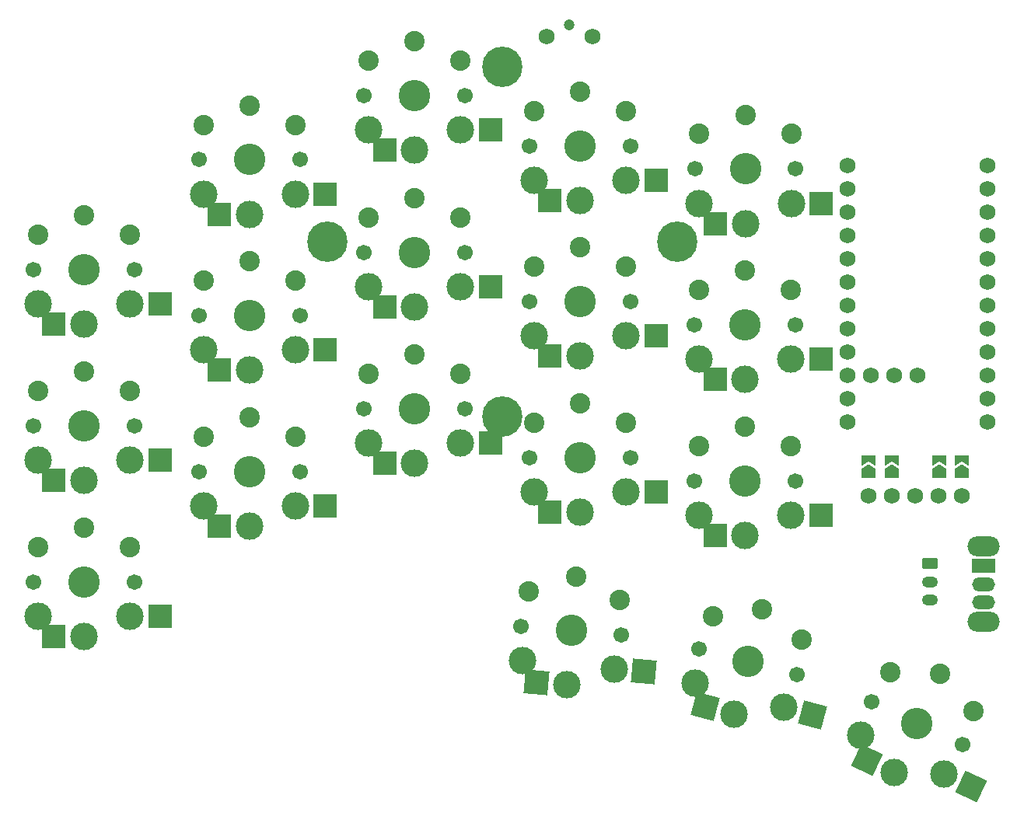
<source format=gbr>
%TF.GenerationSoftware,KiCad,Pcbnew,8.0.5*%
%TF.CreationDate,2024-10-14T13:30:24+02:00*%
%TF.ProjectId,oni-kb,6f6e692d-6b62-42e6-9b69-6361645f7063,rev?*%
%TF.SameCoordinates,Original*%
%TF.FileFunction,Soldermask,Top*%
%TF.FilePolarity,Negative*%
%FSLAX46Y46*%
G04 Gerber Fmt 4.6, Leading zero omitted, Abs format (unit mm)*
G04 Created by KiCad (PCBNEW 8.0.5) date 2024-10-14 13:30:24*
%MOMM*%
%LPD*%
G01*
G04 APERTURE LIST*
G04 Aperture macros list*
%AMRoundRect*
0 Rectangle with rounded corners*
0 $1 Rounding radius*
0 $2 $3 $4 $5 $6 $7 $8 $9 X,Y pos of 4 corners*
0 Add a 4 corners polygon primitive as box body*
4,1,4,$2,$3,$4,$5,$6,$7,$8,$9,$2,$3,0*
0 Add four circle primitives for the rounded corners*
1,1,$1+$1,$2,$3*
1,1,$1+$1,$4,$5*
1,1,$1+$1,$6,$7*
1,1,$1+$1,$8,$9*
0 Add four rect primitives between the rounded corners*
20,1,$1+$1,$2,$3,$4,$5,0*
20,1,$1+$1,$4,$5,$6,$7,0*
20,1,$1+$1,$6,$7,$8,$9,0*
20,1,$1+$1,$8,$9,$2,$3,0*%
%AMRotRect*
0 Rectangle, with rotation*
0 The origin of the aperture is its center*
0 $1 length*
0 $2 width*
0 $3 Rotation angle, in degrees counterclockwise*
0 Add horizontal line*
21,1,$1,$2,0,0,$3*%
%AMFreePoly0*
4,1,6,1.000000,0.000000,0.500000,-0.750000,-0.500000,-0.750000,-0.500000,0.750000,0.500000,0.750000,1.000000,0.000000,1.000000,0.000000,$1*%
%AMFreePoly1*
4,1,6,0.500000,-0.750000,-0.650000,-0.750000,-0.150000,0.000000,-0.650000,0.750000,0.500000,0.750000,0.500000,-0.750000,0.500000,-0.750000,$1*%
G04 Aperture macros list end*
%ADD10C,1.701800*%
%ADD11C,3.000000*%
%ADD12C,3.429000*%
%ADD13C,2.232000*%
%ADD14R,2.600000X2.600000*%
%ADD15C,1.752600*%
%ADD16RotRect,2.600000X2.600000X155.000000*%
%ADD17C,1.200000*%
%ADD18C,1.750000*%
%ADD19FreePoly0,90.000000*%
%ADD20FreePoly1,90.000000*%
%ADD21RoundRect,0.250000X-0.625000X0.350000X-0.625000X-0.350000X0.625000X-0.350000X0.625000X0.350000X0*%
%ADD22O,1.750000X1.200000*%
%ADD23RotRect,2.600000X2.600000X175.000000*%
%ADD24C,4.400000*%
%ADD25RotRect,2.600000X2.600000X165.000000*%
%ADD26O,3.500000X2.200000*%
%ADD27R,2.500000X1.500000*%
%ADD28O,2.500000X1.500000*%
G04 APERTURE END LIST*
D10*
%TO.C,SW4*%
X133512593Y-64223504D03*
D11*
X133012593Y-67973504D03*
X128012593Y-70173504D03*
D12*
X128012593Y-64223504D03*
D11*
X123012593Y-67973504D03*
D10*
X122512593Y-64223504D03*
D13*
X128012593Y-58323504D03*
D14*
X124737593Y-70173504D03*
X136287593Y-67973504D03*
D13*
X133012593Y-60423504D03*
X123012593Y-60423504D03*
%TD*%
D15*
%TO.C,Display1*%
X177458795Y-107820794D03*
X179998795Y-107820794D03*
X182538795Y-107820794D03*
X185078795Y-107820794D03*
X187618795Y-107820794D03*
%TD*%
D10*
%TO.C,SW20*%
X187697289Y-134947902D03*
D11*
X185659316Y-138135248D03*
X180198017Y-138016033D03*
D12*
X182712596Y-132623502D03*
D11*
X176596239Y-133909065D03*
D10*
X177727903Y-130299102D03*
D13*
X185206044Y-127276286D03*
D16*
X177229859Y-136631959D03*
X188627474Y-139519322D03*
D13*
X188850084Y-131292624D03*
X179787006Y-127066441D03*
%TD*%
D10*
%TO.C,SW2*%
X97512594Y-83223504D03*
D11*
X97012594Y-86973504D03*
X92012594Y-89173504D03*
D12*
X92012594Y-83223504D03*
D11*
X87012594Y-86973504D03*
D10*
X86512594Y-83223504D03*
D13*
X92012594Y-77323504D03*
D14*
X88737594Y-89173504D03*
X100287594Y-86973504D03*
D13*
X97012594Y-79423504D03*
X87012594Y-79423504D03*
%TD*%
D17*
%TO.C,RSW1*%
X144837594Y-56576006D03*
D18*
X142337594Y-57786006D03*
X147337594Y-57786006D03*
%TD*%
D15*
%TO.C,U1*%
X175142593Y-71890254D03*
X175142593Y-74430254D03*
X175142593Y-76970254D03*
X175142593Y-79510254D03*
X175142593Y-82050254D03*
X175142593Y-84590254D03*
X175142593Y-87130254D03*
X175142593Y-89670254D03*
X175142593Y-92210254D03*
X175142593Y-94750254D03*
X175142593Y-97290254D03*
X175142593Y-99830254D03*
X190382593Y-99830254D03*
X190382593Y-97290254D03*
X190382593Y-94750254D03*
X190382593Y-92210254D03*
X190382593Y-89670254D03*
X190382593Y-87130254D03*
X190382593Y-84590254D03*
X190382593Y-82050254D03*
X190382593Y-79510254D03*
X190382593Y-76970254D03*
X190382593Y-74430254D03*
X190382593Y-71890254D03*
X177682593Y-94750254D03*
X180222593Y-94750254D03*
X182762593Y-94750254D03*
%TD*%
D19*
%TO.C,JP7*%
X185095729Y-105428502D03*
D20*
X185095729Y-103978502D03*
%TD*%
D10*
%TO.C,SW12*%
X169492594Y-89213504D03*
D11*
X168992594Y-92963504D03*
X163992594Y-95163504D03*
D12*
X163992594Y-89213504D03*
D11*
X158992594Y-92963504D03*
D10*
X158492594Y-89213504D03*
D13*
X163992594Y-83313504D03*
D14*
X160717594Y-95163504D03*
X172267594Y-92963504D03*
D13*
X168992594Y-85413504D03*
X158992594Y-85413504D03*
%TD*%
D19*
%TO.C,JP6*%
X180005729Y-105433502D03*
D20*
X180005729Y-103983502D03*
%TD*%
D10*
%TO.C,SW6*%
X169512592Y-72223504D03*
D11*
X169012592Y-75973504D03*
X164012592Y-78173504D03*
D12*
X164012592Y-72223504D03*
D11*
X159012592Y-75973504D03*
D10*
X158512592Y-72223504D03*
D13*
X164012592Y-66323504D03*
D14*
X160737592Y-78173504D03*
X172287592Y-75973504D03*
D13*
X169012592Y-68423504D03*
X159012592Y-68423504D03*
%TD*%
D19*
%TO.C,JP8*%
X187615729Y-105433502D03*
D20*
X187615729Y-103983502D03*
%TD*%
D21*
%TO.C,J1*%
X184118795Y-115230793D03*
D22*
X184118795Y-117230793D03*
X184118795Y-119230793D03*
%TD*%
D10*
%TO.C,SW11*%
X151512596Y-86673507D03*
D11*
X151012596Y-90423507D03*
X146012596Y-92623507D03*
D12*
X146012596Y-86673507D03*
D11*
X141012596Y-90423507D03*
D10*
X140512596Y-86673507D03*
D13*
X146012596Y-80773507D03*
D14*
X142737596Y-92623507D03*
X154287596Y-90423507D03*
D13*
X151012596Y-82873507D03*
X141012596Y-82873507D03*
%TD*%
D10*
%TO.C,SW14*%
X97512594Y-117223501D03*
D11*
X97012594Y-120973501D03*
X92012594Y-123173501D03*
D12*
X92012594Y-117223501D03*
D11*
X87012594Y-120973501D03*
D10*
X86512594Y-117223501D03*
D13*
X92012594Y-111323501D03*
D14*
X88737594Y-123173501D03*
X100287594Y-120973501D03*
D13*
X97012594Y-113423501D03*
X87012594Y-113423501D03*
%TD*%
D10*
%TO.C,SW15*%
X115512593Y-105215503D03*
D11*
X115012593Y-108965503D03*
X110012593Y-111165503D03*
D12*
X110012593Y-105215503D03*
D11*
X105012593Y-108965503D03*
D10*
X104512593Y-105215503D03*
D13*
X110012593Y-99315503D03*
D14*
X106737593Y-111165503D03*
X118287593Y-108965503D03*
D13*
X115012593Y-101415503D03*
X105012593Y-101415503D03*
%TD*%
D10*
%TO.C,SW17*%
X151512594Y-103691507D03*
D11*
X151012594Y-107441507D03*
X146012594Y-109641507D03*
D12*
X146012594Y-103691507D03*
D11*
X141012594Y-107441507D03*
D10*
X140512594Y-103691507D03*
D13*
X146012594Y-97791507D03*
D14*
X142737594Y-109641507D03*
X154287594Y-107441507D03*
D13*
X151012594Y-99891507D03*
X141012594Y-99891507D03*
%TD*%
D10*
%TO.C,SW1*%
X150541664Y-123002859D03*
D11*
X149716732Y-126695011D03*
X144544016Y-128450860D03*
D12*
X145062593Y-122523502D03*
D11*
X139754782Y-125823453D03*
D10*
X139583522Y-122044145D03*
D13*
X145576812Y-116645953D03*
D23*
X141281479Y-128165425D03*
X152979270Y-126980446D03*
D13*
X150374758Y-119173741D03*
X140412811Y-118302183D03*
%TD*%
D24*
%TO.C,REF\u002A\u002A*%
X118462595Y-80123505D03*
X137512595Y-61073505D03*
X137512595Y-99173505D03*
X156562595Y-80123505D03*
%TD*%
D10*
%TO.C,SW8*%
X97512594Y-100223504D03*
D11*
X97012594Y-103973504D03*
X92012594Y-106173504D03*
D12*
X92012594Y-100223504D03*
D11*
X87012594Y-103973504D03*
D10*
X86512594Y-100223504D03*
D13*
X92012594Y-94323504D03*
D14*
X88737594Y-106173504D03*
X100287594Y-103973504D03*
D13*
X97012594Y-96423504D03*
X87012594Y-96423504D03*
%TD*%
D10*
%TO.C,SW3*%
X115512596Y-71223504D03*
D11*
X115012596Y-74973504D03*
X110012596Y-77173504D03*
D12*
X110012596Y-71223504D03*
D11*
X105012596Y-74973504D03*
D10*
X104512596Y-71223504D03*
D13*
X110012596Y-65323504D03*
D14*
X106737596Y-77173504D03*
X118287596Y-74973504D03*
D13*
X115012596Y-67423504D03*
X105012596Y-67423504D03*
%TD*%
D10*
%TO.C,SW16*%
X133512592Y-98357505D03*
D11*
X133012592Y-102107505D03*
X128012592Y-104307505D03*
D12*
X128012592Y-98357505D03*
D11*
X123012592Y-102107505D03*
D10*
X122512592Y-98357505D03*
D13*
X128012592Y-92457505D03*
D14*
X124737592Y-104307505D03*
X136287592Y-102107505D03*
D13*
X133012592Y-94557505D03*
X123012592Y-94557505D03*
%TD*%
D10*
%TO.C,SW18*%
X169486248Y-106231504D03*
D11*
X168986248Y-109981504D03*
X163986248Y-112181504D03*
D12*
X163986248Y-106231504D03*
D11*
X158986248Y-109981504D03*
D10*
X158486248Y-106231504D03*
D13*
X163986248Y-100331504D03*
D14*
X160711248Y-112181504D03*
X172261248Y-109981504D03*
D13*
X168986248Y-102431504D03*
X158986248Y-102431504D03*
%TD*%
D10*
%TO.C,SW5*%
X151512594Y-69723505D03*
D11*
X151012594Y-73473505D03*
X146012594Y-75673505D03*
D12*
X146012594Y-69723505D03*
D11*
X141012594Y-73473505D03*
D10*
X140512594Y-69723505D03*
D13*
X146012594Y-63823505D03*
D14*
X142737594Y-75673505D03*
X154287594Y-73473505D03*
D13*
X151012594Y-65923505D03*
X141012594Y-65923505D03*
%TD*%
D10*
%TO.C,SW21*%
X169625184Y-127347010D03*
D11*
X168171650Y-130839822D03*
X162772619Y-131670764D03*
D12*
X164312592Y-125923505D03*
D11*
X158512391Y-128251632D03*
D10*
X159000000Y-124500000D03*
D13*
X165839624Y-120224543D03*
D25*
X159609212Y-130823131D03*
X171335057Y-131687454D03*
D13*
X170125734Y-123547082D03*
X160466475Y-120958892D03*
%TD*%
D19*
%TO.C,JP5*%
X177455729Y-105433502D03*
D20*
X177455729Y-103983502D03*
%TD*%
D10*
%TO.C,SW10*%
X133512595Y-81339504D03*
D11*
X133012595Y-85089504D03*
X128012595Y-87289504D03*
D12*
X128012595Y-81339504D03*
D11*
X123012595Y-85089504D03*
D10*
X122512595Y-81339504D03*
D13*
X128012595Y-75439504D03*
D14*
X124737595Y-87289504D03*
X136287595Y-85089504D03*
D13*
X133012595Y-77539504D03*
X123012595Y-77539504D03*
%TD*%
D10*
%TO.C,SW9*%
X115512596Y-88197504D03*
D11*
X115012596Y-91947504D03*
X110012596Y-94147504D03*
D12*
X110012596Y-88197504D03*
D11*
X105012596Y-91947504D03*
D10*
X104512596Y-88197504D03*
D13*
X110012596Y-82297504D03*
D14*
X106737596Y-94147504D03*
X118287596Y-91947504D03*
D13*
X115012596Y-84397504D03*
X105012596Y-84397504D03*
%TD*%
D26*
%TO.C,SW7*%
X189975729Y-113388502D03*
X189975729Y-121588502D03*
D27*
X189975729Y-115488502D03*
D28*
X189975729Y-117488502D03*
X189975729Y-119488502D03*
%TD*%
M02*

</source>
